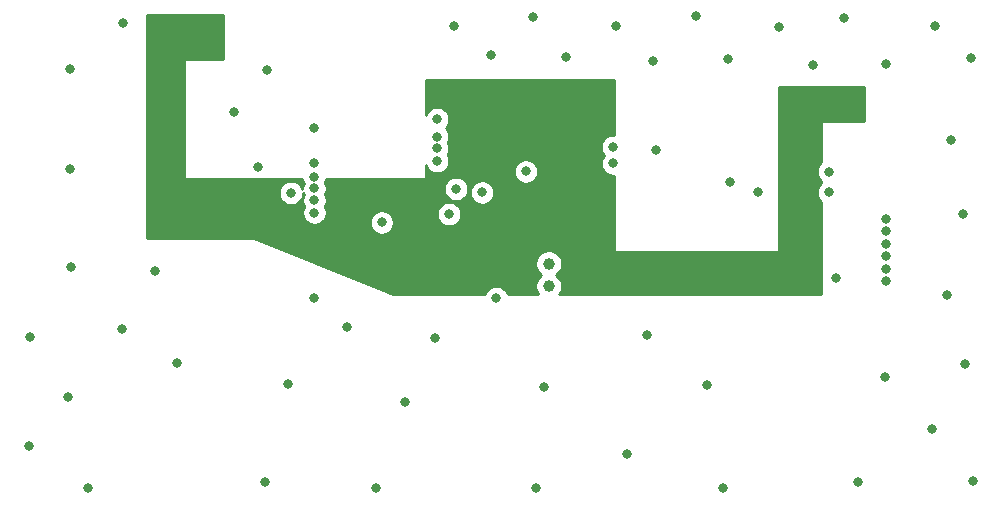
<source format=gbr>
%TF.GenerationSoftware,KiCad,Pcbnew,5.1.9+dfsg1-1*%
%TF.CreationDate,2021-11-01T22:23:21+08:00*%
%TF.ProjectId,epd-clock,6570642d-636c-46f6-936b-2e6b69636164,rev?*%
%TF.SameCoordinates,Original*%
%TF.FileFunction,Copper,L2,Inr*%
%TF.FilePolarity,Positive*%
%FSLAX46Y46*%
G04 Gerber Fmt 4.6, Leading zero omitted, Abs format (unit mm)*
G04 Created by KiCad (PCBNEW 5.1.9+dfsg1-1) date 2021-11-01 22:23:21*
%MOMM*%
%LPD*%
G01*
G04 APERTURE LIST*
%TA.AperFunction,ComponentPad*%
%ADD10C,1.000000*%
%TD*%
%TA.AperFunction,ViaPad*%
%ADD11C,0.800000*%
%TD*%
%TA.AperFunction,Conductor*%
%ADD12C,0.254000*%
%TD*%
%TA.AperFunction,Conductor*%
%ADD13C,0.100000*%
%TD*%
G04 APERTURE END LIST*
D10*
%TO.N,Net-(C20-Pad1)*%
%TO.C,Y1*%
X141613000Y-121384000D03*
%TO.N,Net-(C19-Pad1)*%
X141613000Y-119484000D03*
%TD*%
D11*
%TO.N,GND*%
X97675000Y-125700000D03*
X100875000Y-130800000D03*
X97575000Y-134900000D03*
X102575000Y-138500000D03*
X119575000Y-129700000D03*
X117575000Y-138000000D03*
X126975000Y-138500000D03*
X132025000Y-125750000D03*
X141175000Y-129950000D03*
X149975000Y-125550000D03*
X154975000Y-129800000D03*
X129475000Y-131200000D03*
X140575000Y-138500000D03*
X148275000Y-135600000D03*
X156375000Y-138500000D03*
X167775000Y-138000000D03*
X174075000Y-133450000D03*
X176875000Y-127950000D03*
X101075000Y-103000000D03*
X101075000Y-111500000D03*
X101175000Y-119800000D03*
X105575000Y-99100000D03*
X116975000Y-111300000D03*
X119775000Y-113500000D03*
X108275000Y-120100000D03*
X105475000Y-125000000D03*
X170075000Y-129100000D03*
X124575000Y-124850000D03*
X110175000Y-127900000D03*
X127475000Y-116000000D03*
X137175000Y-122400000D03*
X165925000Y-120700000D03*
X133175000Y-115300000D03*
X133575000Y-99350000D03*
X140275000Y-98600000D03*
X147275000Y-99400000D03*
X154125000Y-98550000D03*
X161125000Y-99450000D03*
X166625000Y-98650000D03*
X174325000Y-99350000D03*
X177325000Y-102100000D03*
X175675000Y-109000000D03*
X176675000Y-115300000D03*
X175375000Y-122150000D03*
X177525000Y-137850000D03*
X170175000Y-102550000D03*
X163975000Y-102700000D03*
X156825000Y-102200000D03*
X150475000Y-102300000D03*
X143075000Y-101950000D03*
X136725000Y-101850000D03*
X117775000Y-103100000D03*
X114975000Y-106650000D03*
X150725000Y-109850000D03*
%TO.N,+3V3*%
X145175000Y-106350000D03*
X139975000Y-116500000D03*
X134475000Y-116500000D03*
X110375000Y-100900000D03*
X109075000Y-110400000D03*
X109175000Y-116000000D03*
X123275000Y-117900000D03*
X127575000Y-119300000D03*
X144875000Y-116500000D03*
X115875000Y-113600000D03*
X113575000Y-100950000D03*
%TO.N,/epd/PREVGL*%
X165325000Y-111700000D03*
X156925000Y-112550000D03*
%TO.N,+3V3*%
X154275000Y-121050000D03*
X164075000Y-121350000D03*
X167475000Y-106800000D03*
X167475000Y-105200000D03*
X137225000Y-104900000D03*
X131925000Y-105200000D03*
%TO.N,/epd/PREVGH*%
X165325000Y-113450000D03*
X159325000Y-113450000D03*
%TO.N,/epd/DIN*%
X147075000Y-109600000D03*
X170175004Y-115700000D03*
X132175000Y-107250000D03*
%TO.N,/epd/CLK*%
X147075002Y-110999998D03*
X170175000Y-116750000D03*
X121775002Y-108000000D03*
%TO.N,/epd/CS#*%
X170175000Y-117799988D03*
X132175000Y-108725010D03*
%TO.N,/epd/DC#*%
X170175000Y-118850000D03*
X132175000Y-109725023D03*
%TO.N,/mcu/EPD_RST#*%
X132175000Y-110800006D03*
X170175000Y-119900000D03*
%TO.N,/epd/BUSY*%
X121761295Y-112111614D03*
X170175000Y-120949992D03*
%TO.N,/power/ADEN#*%
X121774936Y-114111426D03*
X121775000Y-122400002D03*
%TO.N,/rtc/INT*%
X121780956Y-113111432D03*
X133775000Y-113150000D03*
%TO.N,/flash/MISO*%
X139675000Y-111674990D03*
X121775000Y-110999996D03*
%TO.N,/flash/CS*%
X121775000Y-115172693D03*
X135975000Y-113449974D03*
%TD*%
D12*
%TO.N,+3V3*%
X114048000Y-102123000D02*
X110875000Y-102123000D01*
X110850224Y-102125440D01*
X110826399Y-102132667D01*
X110804443Y-102144403D01*
X110785197Y-102160197D01*
X110769403Y-102179443D01*
X110757667Y-102201399D01*
X110750440Y-102225224D01*
X110748000Y-102250000D01*
X110748000Y-112200000D01*
X110750440Y-112224776D01*
X110757667Y-112248601D01*
X110769403Y-112270557D01*
X110785197Y-112289803D01*
X110804443Y-112305597D01*
X110826399Y-112317333D01*
X110850224Y-112324560D01*
X110875000Y-112327000D01*
X116832842Y-112327000D01*
X116873061Y-112335000D01*
X117076939Y-112335000D01*
X117117158Y-112327000D01*
X120748861Y-112327000D01*
X120766069Y-112413512D01*
X120844090Y-112601870D01*
X120861164Y-112627423D01*
X120785730Y-112809534D01*
X120745956Y-113009493D01*
X120745956Y-113139509D01*
X120692205Y-113009744D01*
X120578937Y-112840226D01*
X120434774Y-112696063D01*
X120265256Y-112582795D01*
X120076898Y-112504774D01*
X119876939Y-112465000D01*
X119673061Y-112465000D01*
X119473102Y-112504774D01*
X119284744Y-112582795D01*
X119115226Y-112696063D01*
X118971063Y-112840226D01*
X118857795Y-113009744D01*
X118779774Y-113198102D01*
X118740000Y-113398061D01*
X118740000Y-113601939D01*
X118779774Y-113801898D01*
X118857795Y-113990256D01*
X118971063Y-114159774D01*
X119115226Y-114303937D01*
X119284744Y-114417205D01*
X119473102Y-114495226D01*
X119673061Y-114535000D01*
X119876939Y-114535000D01*
X120076898Y-114495226D01*
X120265256Y-114417205D01*
X120434774Y-114303937D01*
X120578937Y-114159774D01*
X120692205Y-113990256D01*
X120770226Y-113801898D01*
X120810000Y-113601939D01*
X120810000Y-113471923D01*
X120863751Y-113601688D01*
X120867250Y-113606924D01*
X120857731Y-113621170D01*
X120779710Y-113809528D01*
X120739936Y-114009487D01*
X120739936Y-114213365D01*
X120779710Y-114413324D01*
X120857731Y-114601682D01*
X120884742Y-114642107D01*
X120857795Y-114682437D01*
X120779774Y-114870795D01*
X120740000Y-115070754D01*
X120740000Y-115274632D01*
X120779774Y-115474591D01*
X120857795Y-115662949D01*
X120971063Y-115832467D01*
X121115226Y-115976630D01*
X121284744Y-116089898D01*
X121473102Y-116167919D01*
X121673061Y-116207693D01*
X121876939Y-116207693D01*
X122076898Y-116167919D01*
X122265256Y-116089898D01*
X122434774Y-115976630D01*
X122513343Y-115898061D01*
X126440000Y-115898061D01*
X126440000Y-116101939D01*
X126479774Y-116301898D01*
X126557795Y-116490256D01*
X126671063Y-116659774D01*
X126815226Y-116803937D01*
X126984744Y-116917205D01*
X127173102Y-116995226D01*
X127373061Y-117035000D01*
X127576939Y-117035000D01*
X127776898Y-116995226D01*
X127965256Y-116917205D01*
X128134774Y-116803937D01*
X128278937Y-116659774D01*
X128392205Y-116490256D01*
X128470226Y-116301898D01*
X128510000Y-116101939D01*
X128510000Y-115898061D01*
X128470226Y-115698102D01*
X128392205Y-115509744D01*
X128278937Y-115340226D01*
X128136772Y-115198061D01*
X132140000Y-115198061D01*
X132140000Y-115401939D01*
X132179774Y-115601898D01*
X132257795Y-115790256D01*
X132371063Y-115959774D01*
X132515226Y-116103937D01*
X132684744Y-116217205D01*
X132873102Y-116295226D01*
X133073061Y-116335000D01*
X133276939Y-116335000D01*
X133476898Y-116295226D01*
X133665256Y-116217205D01*
X133834774Y-116103937D01*
X133978937Y-115959774D01*
X134092205Y-115790256D01*
X134170226Y-115601898D01*
X134210000Y-115401939D01*
X134210000Y-115198061D01*
X134170226Y-114998102D01*
X134092205Y-114809744D01*
X133978937Y-114640226D01*
X133834774Y-114496063D01*
X133665256Y-114382795D01*
X133476898Y-114304774D01*
X133276939Y-114265000D01*
X133073061Y-114265000D01*
X132873102Y-114304774D01*
X132684744Y-114382795D01*
X132515226Y-114496063D01*
X132371063Y-114640226D01*
X132257795Y-114809744D01*
X132179774Y-114998102D01*
X132140000Y-115198061D01*
X128136772Y-115198061D01*
X128134774Y-115196063D01*
X127965256Y-115082795D01*
X127776898Y-115004774D01*
X127576939Y-114965000D01*
X127373061Y-114965000D01*
X127173102Y-115004774D01*
X126984744Y-115082795D01*
X126815226Y-115196063D01*
X126671063Y-115340226D01*
X126557795Y-115509744D01*
X126479774Y-115698102D01*
X126440000Y-115898061D01*
X122513343Y-115898061D01*
X122578937Y-115832467D01*
X122692205Y-115662949D01*
X122770226Y-115474591D01*
X122810000Y-115274632D01*
X122810000Y-115070754D01*
X122770226Y-114870795D01*
X122692205Y-114682437D01*
X122665194Y-114642012D01*
X122692141Y-114601682D01*
X122770162Y-114413324D01*
X122809936Y-114213365D01*
X122809936Y-114009487D01*
X122770162Y-113809528D01*
X122692141Y-113621170D01*
X122688642Y-113615934D01*
X122698161Y-113601688D01*
X122776182Y-113413330D01*
X122815956Y-113213371D01*
X122815956Y-113048061D01*
X132740000Y-113048061D01*
X132740000Y-113251939D01*
X132779774Y-113451898D01*
X132857795Y-113640256D01*
X132971063Y-113809774D01*
X133115226Y-113953937D01*
X133284744Y-114067205D01*
X133473102Y-114145226D01*
X133673061Y-114185000D01*
X133876939Y-114185000D01*
X134076898Y-114145226D01*
X134265256Y-114067205D01*
X134434774Y-113953937D01*
X134578937Y-113809774D01*
X134692205Y-113640256D01*
X134770226Y-113451898D01*
X134790885Y-113348035D01*
X134940000Y-113348035D01*
X134940000Y-113551913D01*
X134979774Y-113751872D01*
X135057795Y-113940230D01*
X135171063Y-114109748D01*
X135315226Y-114253911D01*
X135484744Y-114367179D01*
X135673102Y-114445200D01*
X135873061Y-114484974D01*
X136076939Y-114484974D01*
X136276898Y-114445200D01*
X136465256Y-114367179D01*
X136634774Y-114253911D01*
X136778937Y-114109748D01*
X136892205Y-113940230D01*
X136970226Y-113751872D01*
X137010000Y-113551913D01*
X137010000Y-113348035D01*
X136970226Y-113148076D01*
X136892205Y-112959718D01*
X136778937Y-112790200D01*
X136634774Y-112646037D01*
X136465256Y-112532769D01*
X136276898Y-112454748D01*
X136076939Y-112414974D01*
X135873061Y-112414974D01*
X135673102Y-112454748D01*
X135484744Y-112532769D01*
X135315226Y-112646037D01*
X135171063Y-112790200D01*
X135057795Y-112959718D01*
X134979774Y-113148076D01*
X134940000Y-113348035D01*
X134790885Y-113348035D01*
X134810000Y-113251939D01*
X134810000Y-113048061D01*
X134770226Y-112848102D01*
X134692205Y-112659744D01*
X134578937Y-112490226D01*
X134434774Y-112346063D01*
X134265256Y-112232795D01*
X134076898Y-112154774D01*
X133876939Y-112115000D01*
X133673061Y-112115000D01*
X133473102Y-112154774D01*
X133284744Y-112232795D01*
X133115226Y-112346063D01*
X132971063Y-112490226D01*
X132857795Y-112659744D01*
X132779774Y-112848102D01*
X132740000Y-113048061D01*
X122815956Y-113048061D01*
X122815956Y-113009493D01*
X122776182Y-112809534D01*
X122698161Y-112621176D01*
X122681087Y-112595623D01*
X122756521Y-112413512D01*
X122773729Y-112327000D01*
X131075000Y-112327000D01*
X131099776Y-112324560D01*
X131123601Y-112317333D01*
X131145557Y-112305597D01*
X131164803Y-112289803D01*
X131180597Y-112270557D01*
X131192333Y-112248601D01*
X131199560Y-112224776D01*
X131202000Y-112200000D01*
X131202000Y-111155562D01*
X131257795Y-111290262D01*
X131371063Y-111459780D01*
X131515226Y-111603943D01*
X131684744Y-111717211D01*
X131873102Y-111795232D01*
X132073061Y-111835006D01*
X132276939Y-111835006D01*
X132476898Y-111795232D01*
X132665256Y-111717211D01*
X132834774Y-111603943D01*
X132865666Y-111573051D01*
X138640000Y-111573051D01*
X138640000Y-111776929D01*
X138679774Y-111976888D01*
X138757795Y-112165246D01*
X138871063Y-112334764D01*
X139015226Y-112478927D01*
X139184744Y-112592195D01*
X139373102Y-112670216D01*
X139573061Y-112709990D01*
X139776939Y-112709990D01*
X139976898Y-112670216D01*
X140165256Y-112592195D01*
X140334774Y-112478927D01*
X140478937Y-112334764D01*
X140592205Y-112165246D01*
X140670226Y-111976888D01*
X140710000Y-111776929D01*
X140710000Y-111573051D01*
X140670226Y-111373092D01*
X140592205Y-111184734D01*
X140478937Y-111015216D01*
X140334774Y-110871053D01*
X140165256Y-110757785D01*
X139976898Y-110679764D01*
X139776939Y-110639990D01*
X139573061Y-110639990D01*
X139373102Y-110679764D01*
X139184744Y-110757785D01*
X139015226Y-110871053D01*
X138871063Y-111015216D01*
X138757795Y-111184734D01*
X138679774Y-111373092D01*
X138640000Y-111573051D01*
X132865666Y-111573051D01*
X132978937Y-111459780D01*
X133092205Y-111290262D01*
X133170226Y-111101904D01*
X133210000Y-110901945D01*
X133210000Y-110698067D01*
X133170226Y-110498108D01*
X133092205Y-110309750D01*
X133060643Y-110262514D01*
X133092205Y-110215279D01*
X133170226Y-110026921D01*
X133210000Y-109826962D01*
X133210000Y-109623084D01*
X133170226Y-109423125D01*
X133092205Y-109234767D01*
X133085690Y-109225017D01*
X133092205Y-109215266D01*
X133170226Y-109026908D01*
X133210000Y-108826949D01*
X133210000Y-108623071D01*
X133170226Y-108423112D01*
X133092205Y-108234754D01*
X132978937Y-108065236D01*
X132901206Y-107987505D01*
X132978937Y-107909774D01*
X133092205Y-107740256D01*
X133170226Y-107551898D01*
X133210000Y-107351939D01*
X133210000Y-107148061D01*
X133170226Y-106948102D01*
X133092205Y-106759744D01*
X132978937Y-106590226D01*
X132834774Y-106446063D01*
X132665256Y-106332795D01*
X132476898Y-106254774D01*
X132276939Y-106215000D01*
X132073061Y-106215000D01*
X131873102Y-106254774D01*
X131684744Y-106332795D01*
X131515226Y-106446063D01*
X131371063Y-106590226D01*
X131257795Y-106759744D01*
X131202000Y-106894444D01*
X131202000Y-103927000D01*
X147148000Y-103927000D01*
X147148000Y-108565000D01*
X146973061Y-108565000D01*
X146773102Y-108604774D01*
X146584744Y-108682795D01*
X146415226Y-108796063D01*
X146271063Y-108940226D01*
X146157795Y-109109744D01*
X146079774Y-109298102D01*
X146040000Y-109498061D01*
X146040000Y-109701939D01*
X146079774Y-109901898D01*
X146157795Y-110090256D01*
X146271063Y-110259774D01*
X146311289Y-110300000D01*
X146271065Y-110340224D01*
X146157797Y-110509742D01*
X146079776Y-110698100D01*
X146040002Y-110898059D01*
X146040002Y-111101937D01*
X146079776Y-111301896D01*
X146157797Y-111490254D01*
X146271065Y-111659772D01*
X146415228Y-111803935D01*
X146584746Y-111917203D01*
X146773104Y-111995224D01*
X146973063Y-112034998D01*
X147148000Y-112034998D01*
X147148000Y-118400000D01*
X147150440Y-118424776D01*
X147157667Y-118448601D01*
X147169403Y-118470557D01*
X147185197Y-118489803D01*
X147204443Y-118505597D01*
X147226399Y-118517333D01*
X147250224Y-118524560D01*
X147275464Y-118526999D01*
X160975464Y-118476999D01*
X161000231Y-118474468D01*
X161024029Y-118467155D01*
X161045942Y-118455338D01*
X161065130Y-118439474D01*
X161080853Y-118420172D01*
X161092509Y-118398172D01*
X161099649Y-118374322D01*
X161102000Y-118350000D01*
X161102000Y-104527000D01*
X168348000Y-104527000D01*
X168348000Y-107373000D01*
X164825000Y-107373000D01*
X164800224Y-107375440D01*
X164776399Y-107382667D01*
X164754443Y-107394403D01*
X164735197Y-107410197D01*
X164719403Y-107429443D01*
X164707667Y-107451399D01*
X164700440Y-107475224D01*
X164698001Y-107499568D01*
X164686497Y-110881850D01*
X164665226Y-110896063D01*
X164521063Y-111040226D01*
X164407795Y-111209744D01*
X164329774Y-111398102D01*
X164290000Y-111598061D01*
X164290000Y-111801939D01*
X164329774Y-112001898D01*
X164407795Y-112190256D01*
X164521063Y-112359774D01*
X164665226Y-112503937D01*
X164680944Y-112514439D01*
X164680531Y-112635837D01*
X164665226Y-112646063D01*
X164521063Y-112790226D01*
X164407795Y-112959744D01*
X164329774Y-113148102D01*
X164290000Y-113348061D01*
X164290000Y-113551939D01*
X164329774Y-113751898D01*
X164407795Y-113940256D01*
X164521063Y-114109774D01*
X164665226Y-114253937D01*
X164675005Y-114260471D01*
X164648432Y-122073000D01*
X142517678Y-122073000D01*
X142618824Y-121921624D01*
X142704383Y-121715067D01*
X142748000Y-121495788D01*
X142748000Y-121272212D01*
X142704383Y-121052933D01*
X142618824Y-120846376D01*
X142494612Y-120660480D01*
X142336520Y-120502388D01*
X142234170Y-120434000D01*
X142336520Y-120365612D01*
X142494612Y-120207520D01*
X142618824Y-120021624D01*
X142704383Y-119815067D01*
X142748000Y-119595788D01*
X142748000Y-119372212D01*
X142704383Y-119152933D01*
X142618824Y-118946376D01*
X142494612Y-118760480D01*
X142336520Y-118602388D01*
X142150624Y-118478176D01*
X141944067Y-118392617D01*
X141724788Y-118349000D01*
X141501212Y-118349000D01*
X141281933Y-118392617D01*
X141075376Y-118478176D01*
X140889480Y-118602388D01*
X140731388Y-118760480D01*
X140607176Y-118946376D01*
X140521617Y-119152933D01*
X140478000Y-119372212D01*
X140478000Y-119595788D01*
X140521617Y-119815067D01*
X140607176Y-120021624D01*
X140731388Y-120207520D01*
X140889480Y-120365612D01*
X140991830Y-120434000D01*
X140889480Y-120502388D01*
X140731388Y-120660480D01*
X140607176Y-120846376D01*
X140521617Y-121052933D01*
X140478000Y-121272212D01*
X140478000Y-121495788D01*
X140521617Y-121715067D01*
X140607176Y-121921624D01*
X140708322Y-122073000D01*
X138159828Y-122073000D01*
X138092205Y-121909744D01*
X137978937Y-121740226D01*
X137834774Y-121596063D01*
X137665256Y-121482795D01*
X137476898Y-121404774D01*
X137276939Y-121365000D01*
X137073061Y-121365000D01*
X136873102Y-121404774D01*
X136684744Y-121482795D01*
X136515226Y-121596063D01*
X136371063Y-121740226D01*
X136257795Y-121909744D01*
X136190172Y-122073000D01*
X128449745Y-122073000D01*
X116622680Y-117282290D01*
X116598800Y-117275250D01*
X116575000Y-117273000D01*
X107602000Y-117273000D01*
X107602000Y-98427000D01*
X114048000Y-98427000D01*
X114048000Y-102123000D01*
%TA.AperFunction,Conductor*%
D13*
G36*
X114048000Y-102123000D02*
G01*
X110875000Y-102123000D01*
X110850224Y-102125440D01*
X110826399Y-102132667D01*
X110804443Y-102144403D01*
X110785197Y-102160197D01*
X110769403Y-102179443D01*
X110757667Y-102201399D01*
X110750440Y-102225224D01*
X110748000Y-102250000D01*
X110748000Y-112200000D01*
X110750440Y-112224776D01*
X110757667Y-112248601D01*
X110769403Y-112270557D01*
X110785197Y-112289803D01*
X110804443Y-112305597D01*
X110826399Y-112317333D01*
X110850224Y-112324560D01*
X110875000Y-112327000D01*
X116832842Y-112327000D01*
X116873061Y-112335000D01*
X117076939Y-112335000D01*
X117117158Y-112327000D01*
X120748861Y-112327000D01*
X120766069Y-112413512D01*
X120844090Y-112601870D01*
X120861164Y-112627423D01*
X120785730Y-112809534D01*
X120745956Y-113009493D01*
X120745956Y-113139509D01*
X120692205Y-113009744D01*
X120578937Y-112840226D01*
X120434774Y-112696063D01*
X120265256Y-112582795D01*
X120076898Y-112504774D01*
X119876939Y-112465000D01*
X119673061Y-112465000D01*
X119473102Y-112504774D01*
X119284744Y-112582795D01*
X119115226Y-112696063D01*
X118971063Y-112840226D01*
X118857795Y-113009744D01*
X118779774Y-113198102D01*
X118740000Y-113398061D01*
X118740000Y-113601939D01*
X118779774Y-113801898D01*
X118857795Y-113990256D01*
X118971063Y-114159774D01*
X119115226Y-114303937D01*
X119284744Y-114417205D01*
X119473102Y-114495226D01*
X119673061Y-114535000D01*
X119876939Y-114535000D01*
X120076898Y-114495226D01*
X120265256Y-114417205D01*
X120434774Y-114303937D01*
X120578937Y-114159774D01*
X120692205Y-113990256D01*
X120770226Y-113801898D01*
X120810000Y-113601939D01*
X120810000Y-113471923D01*
X120863751Y-113601688D01*
X120867250Y-113606924D01*
X120857731Y-113621170D01*
X120779710Y-113809528D01*
X120739936Y-114009487D01*
X120739936Y-114213365D01*
X120779710Y-114413324D01*
X120857731Y-114601682D01*
X120884742Y-114642107D01*
X120857795Y-114682437D01*
X120779774Y-114870795D01*
X120740000Y-115070754D01*
X120740000Y-115274632D01*
X120779774Y-115474591D01*
X120857795Y-115662949D01*
X120971063Y-115832467D01*
X121115226Y-115976630D01*
X121284744Y-116089898D01*
X121473102Y-116167919D01*
X121673061Y-116207693D01*
X121876939Y-116207693D01*
X122076898Y-116167919D01*
X122265256Y-116089898D01*
X122434774Y-115976630D01*
X122513343Y-115898061D01*
X126440000Y-115898061D01*
X126440000Y-116101939D01*
X126479774Y-116301898D01*
X126557795Y-116490256D01*
X126671063Y-116659774D01*
X126815226Y-116803937D01*
X126984744Y-116917205D01*
X127173102Y-116995226D01*
X127373061Y-117035000D01*
X127576939Y-117035000D01*
X127776898Y-116995226D01*
X127965256Y-116917205D01*
X128134774Y-116803937D01*
X128278937Y-116659774D01*
X128392205Y-116490256D01*
X128470226Y-116301898D01*
X128510000Y-116101939D01*
X128510000Y-115898061D01*
X128470226Y-115698102D01*
X128392205Y-115509744D01*
X128278937Y-115340226D01*
X128136772Y-115198061D01*
X132140000Y-115198061D01*
X132140000Y-115401939D01*
X132179774Y-115601898D01*
X132257795Y-115790256D01*
X132371063Y-115959774D01*
X132515226Y-116103937D01*
X132684744Y-116217205D01*
X132873102Y-116295226D01*
X133073061Y-116335000D01*
X133276939Y-116335000D01*
X133476898Y-116295226D01*
X133665256Y-116217205D01*
X133834774Y-116103937D01*
X133978937Y-115959774D01*
X134092205Y-115790256D01*
X134170226Y-115601898D01*
X134210000Y-115401939D01*
X134210000Y-115198061D01*
X134170226Y-114998102D01*
X134092205Y-114809744D01*
X133978937Y-114640226D01*
X133834774Y-114496063D01*
X133665256Y-114382795D01*
X133476898Y-114304774D01*
X133276939Y-114265000D01*
X133073061Y-114265000D01*
X132873102Y-114304774D01*
X132684744Y-114382795D01*
X132515226Y-114496063D01*
X132371063Y-114640226D01*
X132257795Y-114809744D01*
X132179774Y-114998102D01*
X132140000Y-115198061D01*
X128136772Y-115198061D01*
X128134774Y-115196063D01*
X127965256Y-115082795D01*
X127776898Y-115004774D01*
X127576939Y-114965000D01*
X127373061Y-114965000D01*
X127173102Y-115004774D01*
X126984744Y-115082795D01*
X126815226Y-115196063D01*
X126671063Y-115340226D01*
X126557795Y-115509744D01*
X126479774Y-115698102D01*
X126440000Y-115898061D01*
X122513343Y-115898061D01*
X122578937Y-115832467D01*
X122692205Y-115662949D01*
X122770226Y-115474591D01*
X122810000Y-115274632D01*
X122810000Y-115070754D01*
X122770226Y-114870795D01*
X122692205Y-114682437D01*
X122665194Y-114642012D01*
X122692141Y-114601682D01*
X122770162Y-114413324D01*
X122809936Y-114213365D01*
X122809936Y-114009487D01*
X122770162Y-113809528D01*
X122692141Y-113621170D01*
X122688642Y-113615934D01*
X122698161Y-113601688D01*
X122776182Y-113413330D01*
X122815956Y-113213371D01*
X122815956Y-113048061D01*
X132740000Y-113048061D01*
X132740000Y-113251939D01*
X132779774Y-113451898D01*
X132857795Y-113640256D01*
X132971063Y-113809774D01*
X133115226Y-113953937D01*
X133284744Y-114067205D01*
X133473102Y-114145226D01*
X133673061Y-114185000D01*
X133876939Y-114185000D01*
X134076898Y-114145226D01*
X134265256Y-114067205D01*
X134434774Y-113953937D01*
X134578937Y-113809774D01*
X134692205Y-113640256D01*
X134770226Y-113451898D01*
X134790885Y-113348035D01*
X134940000Y-113348035D01*
X134940000Y-113551913D01*
X134979774Y-113751872D01*
X135057795Y-113940230D01*
X135171063Y-114109748D01*
X135315226Y-114253911D01*
X135484744Y-114367179D01*
X135673102Y-114445200D01*
X135873061Y-114484974D01*
X136076939Y-114484974D01*
X136276898Y-114445200D01*
X136465256Y-114367179D01*
X136634774Y-114253911D01*
X136778937Y-114109748D01*
X136892205Y-113940230D01*
X136970226Y-113751872D01*
X137010000Y-113551913D01*
X137010000Y-113348035D01*
X136970226Y-113148076D01*
X136892205Y-112959718D01*
X136778937Y-112790200D01*
X136634774Y-112646037D01*
X136465256Y-112532769D01*
X136276898Y-112454748D01*
X136076939Y-112414974D01*
X135873061Y-112414974D01*
X135673102Y-112454748D01*
X135484744Y-112532769D01*
X135315226Y-112646037D01*
X135171063Y-112790200D01*
X135057795Y-112959718D01*
X134979774Y-113148076D01*
X134940000Y-113348035D01*
X134790885Y-113348035D01*
X134810000Y-113251939D01*
X134810000Y-113048061D01*
X134770226Y-112848102D01*
X134692205Y-112659744D01*
X134578937Y-112490226D01*
X134434774Y-112346063D01*
X134265256Y-112232795D01*
X134076898Y-112154774D01*
X133876939Y-112115000D01*
X133673061Y-112115000D01*
X133473102Y-112154774D01*
X133284744Y-112232795D01*
X133115226Y-112346063D01*
X132971063Y-112490226D01*
X132857795Y-112659744D01*
X132779774Y-112848102D01*
X132740000Y-113048061D01*
X122815956Y-113048061D01*
X122815956Y-113009493D01*
X122776182Y-112809534D01*
X122698161Y-112621176D01*
X122681087Y-112595623D01*
X122756521Y-112413512D01*
X122773729Y-112327000D01*
X131075000Y-112327000D01*
X131099776Y-112324560D01*
X131123601Y-112317333D01*
X131145557Y-112305597D01*
X131164803Y-112289803D01*
X131180597Y-112270557D01*
X131192333Y-112248601D01*
X131199560Y-112224776D01*
X131202000Y-112200000D01*
X131202000Y-111155562D01*
X131257795Y-111290262D01*
X131371063Y-111459780D01*
X131515226Y-111603943D01*
X131684744Y-111717211D01*
X131873102Y-111795232D01*
X132073061Y-111835006D01*
X132276939Y-111835006D01*
X132476898Y-111795232D01*
X132665256Y-111717211D01*
X132834774Y-111603943D01*
X132865666Y-111573051D01*
X138640000Y-111573051D01*
X138640000Y-111776929D01*
X138679774Y-111976888D01*
X138757795Y-112165246D01*
X138871063Y-112334764D01*
X139015226Y-112478927D01*
X139184744Y-112592195D01*
X139373102Y-112670216D01*
X139573061Y-112709990D01*
X139776939Y-112709990D01*
X139976898Y-112670216D01*
X140165256Y-112592195D01*
X140334774Y-112478927D01*
X140478937Y-112334764D01*
X140592205Y-112165246D01*
X140670226Y-111976888D01*
X140710000Y-111776929D01*
X140710000Y-111573051D01*
X140670226Y-111373092D01*
X140592205Y-111184734D01*
X140478937Y-111015216D01*
X140334774Y-110871053D01*
X140165256Y-110757785D01*
X139976898Y-110679764D01*
X139776939Y-110639990D01*
X139573061Y-110639990D01*
X139373102Y-110679764D01*
X139184744Y-110757785D01*
X139015226Y-110871053D01*
X138871063Y-111015216D01*
X138757795Y-111184734D01*
X138679774Y-111373092D01*
X138640000Y-111573051D01*
X132865666Y-111573051D01*
X132978937Y-111459780D01*
X133092205Y-111290262D01*
X133170226Y-111101904D01*
X133210000Y-110901945D01*
X133210000Y-110698067D01*
X133170226Y-110498108D01*
X133092205Y-110309750D01*
X133060643Y-110262514D01*
X133092205Y-110215279D01*
X133170226Y-110026921D01*
X133210000Y-109826962D01*
X133210000Y-109623084D01*
X133170226Y-109423125D01*
X133092205Y-109234767D01*
X133085690Y-109225017D01*
X133092205Y-109215266D01*
X133170226Y-109026908D01*
X133210000Y-108826949D01*
X133210000Y-108623071D01*
X133170226Y-108423112D01*
X133092205Y-108234754D01*
X132978937Y-108065236D01*
X132901206Y-107987505D01*
X132978937Y-107909774D01*
X133092205Y-107740256D01*
X133170226Y-107551898D01*
X133210000Y-107351939D01*
X133210000Y-107148061D01*
X133170226Y-106948102D01*
X133092205Y-106759744D01*
X132978937Y-106590226D01*
X132834774Y-106446063D01*
X132665256Y-106332795D01*
X132476898Y-106254774D01*
X132276939Y-106215000D01*
X132073061Y-106215000D01*
X131873102Y-106254774D01*
X131684744Y-106332795D01*
X131515226Y-106446063D01*
X131371063Y-106590226D01*
X131257795Y-106759744D01*
X131202000Y-106894444D01*
X131202000Y-103927000D01*
X147148000Y-103927000D01*
X147148000Y-108565000D01*
X146973061Y-108565000D01*
X146773102Y-108604774D01*
X146584744Y-108682795D01*
X146415226Y-108796063D01*
X146271063Y-108940226D01*
X146157795Y-109109744D01*
X146079774Y-109298102D01*
X146040000Y-109498061D01*
X146040000Y-109701939D01*
X146079774Y-109901898D01*
X146157795Y-110090256D01*
X146271063Y-110259774D01*
X146311289Y-110300000D01*
X146271065Y-110340224D01*
X146157797Y-110509742D01*
X146079776Y-110698100D01*
X146040002Y-110898059D01*
X146040002Y-111101937D01*
X146079776Y-111301896D01*
X146157797Y-111490254D01*
X146271065Y-111659772D01*
X146415228Y-111803935D01*
X146584746Y-111917203D01*
X146773104Y-111995224D01*
X146973063Y-112034998D01*
X147148000Y-112034998D01*
X147148000Y-118400000D01*
X147150440Y-118424776D01*
X147157667Y-118448601D01*
X147169403Y-118470557D01*
X147185197Y-118489803D01*
X147204443Y-118505597D01*
X147226399Y-118517333D01*
X147250224Y-118524560D01*
X147275464Y-118526999D01*
X160975464Y-118476999D01*
X161000231Y-118474468D01*
X161024029Y-118467155D01*
X161045942Y-118455338D01*
X161065130Y-118439474D01*
X161080853Y-118420172D01*
X161092509Y-118398172D01*
X161099649Y-118374322D01*
X161102000Y-118350000D01*
X161102000Y-104527000D01*
X168348000Y-104527000D01*
X168348000Y-107373000D01*
X164825000Y-107373000D01*
X164800224Y-107375440D01*
X164776399Y-107382667D01*
X164754443Y-107394403D01*
X164735197Y-107410197D01*
X164719403Y-107429443D01*
X164707667Y-107451399D01*
X164700440Y-107475224D01*
X164698001Y-107499568D01*
X164686497Y-110881850D01*
X164665226Y-110896063D01*
X164521063Y-111040226D01*
X164407795Y-111209744D01*
X164329774Y-111398102D01*
X164290000Y-111598061D01*
X164290000Y-111801939D01*
X164329774Y-112001898D01*
X164407795Y-112190256D01*
X164521063Y-112359774D01*
X164665226Y-112503937D01*
X164680944Y-112514439D01*
X164680531Y-112635837D01*
X164665226Y-112646063D01*
X164521063Y-112790226D01*
X164407795Y-112959744D01*
X164329774Y-113148102D01*
X164290000Y-113348061D01*
X164290000Y-113551939D01*
X164329774Y-113751898D01*
X164407795Y-113940256D01*
X164521063Y-114109774D01*
X164665226Y-114253937D01*
X164675005Y-114260471D01*
X164648432Y-122073000D01*
X142517678Y-122073000D01*
X142618824Y-121921624D01*
X142704383Y-121715067D01*
X142748000Y-121495788D01*
X142748000Y-121272212D01*
X142704383Y-121052933D01*
X142618824Y-120846376D01*
X142494612Y-120660480D01*
X142336520Y-120502388D01*
X142234170Y-120434000D01*
X142336520Y-120365612D01*
X142494612Y-120207520D01*
X142618824Y-120021624D01*
X142704383Y-119815067D01*
X142748000Y-119595788D01*
X142748000Y-119372212D01*
X142704383Y-119152933D01*
X142618824Y-118946376D01*
X142494612Y-118760480D01*
X142336520Y-118602388D01*
X142150624Y-118478176D01*
X141944067Y-118392617D01*
X141724788Y-118349000D01*
X141501212Y-118349000D01*
X141281933Y-118392617D01*
X141075376Y-118478176D01*
X140889480Y-118602388D01*
X140731388Y-118760480D01*
X140607176Y-118946376D01*
X140521617Y-119152933D01*
X140478000Y-119372212D01*
X140478000Y-119595788D01*
X140521617Y-119815067D01*
X140607176Y-120021624D01*
X140731388Y-120207520D01*
X140889480Y-120365612D01*
X140991830Y-120434000D01*
X140889480Y-120502388D01*
X140731388Y-120660480D01*
X140607176Y-120846376D01*
X140521617Y-121052933D01*
X140478000Y-121272212D01*
X140478000Y-121495788D01*
X140521617Y-121715067D01*
X140607176Y-121921624D01*
X140708322Y-122073000D01*
X138159828Y-122073000D01*
X138092205Y-121909744D01*
X137978937Y-121740226D01*
X137834774Y-121596063D01*
X137665256Y-121482795D01*
X137476898Y-121404774D01*
X137276939Y-121365000D01*
X137073061Y-121365000D01*
X136873102Y-121404774D01*
X136684744Y-121482795D01*
X136515226Y-121596063D01*
X136371063Y-121740226D01*
X136257795Y-121909744D01*
X136190172Y-122073000D01*
X128449745Y-122073000D01*
X116622680Y-117282290D01*
X116598800Y-117275250D01*
X116575000Y-117273000D01*
X107602000Y-117273000D01*
X107602000Y-98427000D01*
X114048000Y-98427000D01*
X114048000Y-102123000D01*
G37*
%TD.AperFunction*%
%TD*%
M02*

</source>
